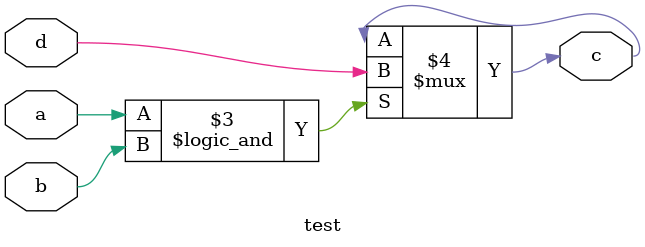
<source format=v>
module test(
    input   a,
    input   b,
    input   d,
    output  c

);

assign c = (a==1 && b == 1)? d :c;

endmodule 

</source>
